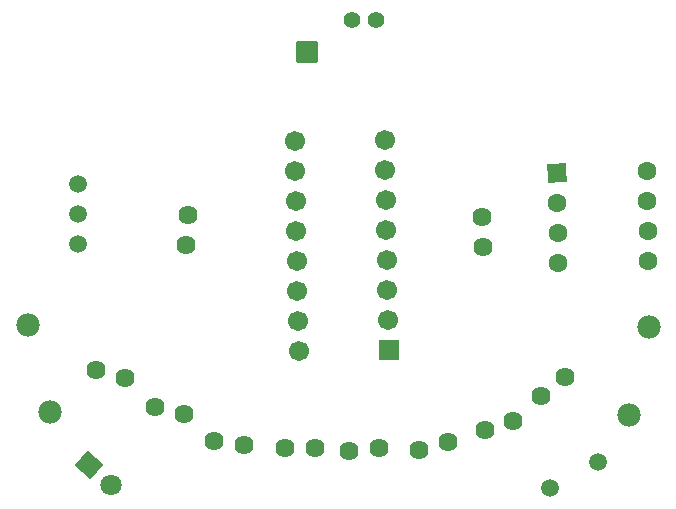
<source format=gts>
G04 Layer: TopSolderMaskLayer*
G04 EasyEDA v6.5.51, 2025-10-19 10:48:53*
G04 5e3b94fd083e48a5883d67b6d006c6ac,63b151a7cfd24dbfbc8a16c83e39e105,10*
G04 Gerber Generator version 0.2*
G04 Scale: 100 percent, Rotated: No, Reflected: No *
G04 Dimensions in millimeters *
G04 leading zeros omitted , absolute positions ,4 integer and 5 decimal *
%FSLAX45Y45*%
%MOMM*%

%AMMACRO1*4,1,8,-0.871,-0.9008,-0.9007,-0.8708,-0.9007,0.8711,-0.871,0.9008,0.8707,0.9008,0.9007,0.8711,0.9007,-0.8708,0.8707,-0.9008,-0.871,-0.9008,0*%
%AMMACRO2*4,1,8,0.0655,-1.207,-1.2085,-0.0188,-1.2101,0.0231,-0.1074,1.2055,-0.0655,1.207,1.2085,0.0191,1.2101,-0.0229,0.1074,-1.2055,0.0655,-1.207,0*%
%AMMACRO3*4,1,8,-0.757,-0.8142,-0.7873,-0.7847,-0.8142,0.757,-0.7847,0.7873,0.7568,0.8142,0.787,0.785,0.8142,-0.7568,0.7847,-0.7873,-0.757,-0.8142,0*%
%AMMACRO4*4,1,8,-0.8062,-0.865,-0.8364,-0.8355,-0.8651,0.8061,-0.8357,0.8363,0.8062,0.865,0.8364,0.8355,0.8651,-0.8061,0.8357,-0.8363,-0.8062,-0.865,0*%
%ADD10C,1.4016*%
%ADD11C,1.5016*%
%ADD12MACRO1*%
%ADD13C,1.6240*%
%ADD14MACRO2*%
%ADD15C,0.0139*%
%ADD16C,1.8016*%
%ADD17C,1.9812*%
%ADD18MACRO3*%
%ADD19C,1.6016*%
%ADD20C,1.7016*%
%ADD21MACRO4*%

%LPD*%
D10*
G01*
X3722700Y7581900D03*
G01*
X3922699Y7581900D03*
D11*
G01*
X5399539Y3622296D03*
G01*
X5801860Y3845303D03*
D12*
G01*
X3340100Y7315187D03*
D13*
G01*
X5086484Y4192148D03*
G01*
X4844915Y4113651D03*
G01*
X2553936Y4018175D03*
G01*
X2805463Y3982824D03*
G01*
X3949214Y3960769D03*
G01*
X3696185Y3938630D03*
G01*
X2330747Y5930724D03*
G01*
X2317452Y5677075D03*
G01*
X5522978Y4561288D03*
G01*
X5322821Y4404911D03*
G01*
X4529571Y4007970D03*
G01*
X4284228Y3942229D03*
G01*
X4823782Y5918179D03*
G01*
X4828217Y5664220D03*
G01*
X2047956Y4308469D03*
G01*
X2295443Y4251330D03*
G01*
X1554319Y4619706D03*
G01*
X1798480Y4549693D03*
G01*
X3149600Y3962400D03*
G01*
X3403600Y3962400D03*
D14*
G01*
X1494612Y3820413D03*
D16*
G01*
X1680382Y3647186D03*
D17*
G01*
X6061092Y4238866D03*
G01*
X6232507Y4981333D03*
G01*
X974628Y5005184D03*
G01*
X1158971Y4265815D03*
D11*
G01*
X1397000Y6193612D03*
G01*
X1397002Y5685609D03*
G01*
X1396997Y5939612D03*
D18*
G01*
X5454408Y6292507D03*
D19*
G01*
X5458843Y6038532D03*
G01*
X5463275Y5784568D03*
G01*
X5467708Y5530603D03*
G01*
X6216291Y6305796D03*
G01*
X6220724Y6051831D03*
G01*
X6225156Y5797867D03*
G01*
X6229596Y5543908D03*
D20*
G01*
X3266772Y4781384D03*
G01*
X3262340Y5035346D03*
G01*
X3257908Y5289308D03*
G01*
X3253473Y5543270D03*
G01*
X3249040Y5797232D03*
G01*
X3244608Y6051191D03*
G01*
X3240176Y6305153D03*
G01*
X3235744Y6559115D03*
G01*
X3997627Y6572415D03*
G01*
X4002059Y6318453D03*
G01*
X4006491Y6064491D03*
G01*
X4010926Y5810529D03*
G01*
X4015359Y5556567D03*
G01*
X4019791Y5302608D03*
G01*
X4024223Y5048646D03*
D21*
G01*
X4028643Y4794694D03*
M02*

</source>
